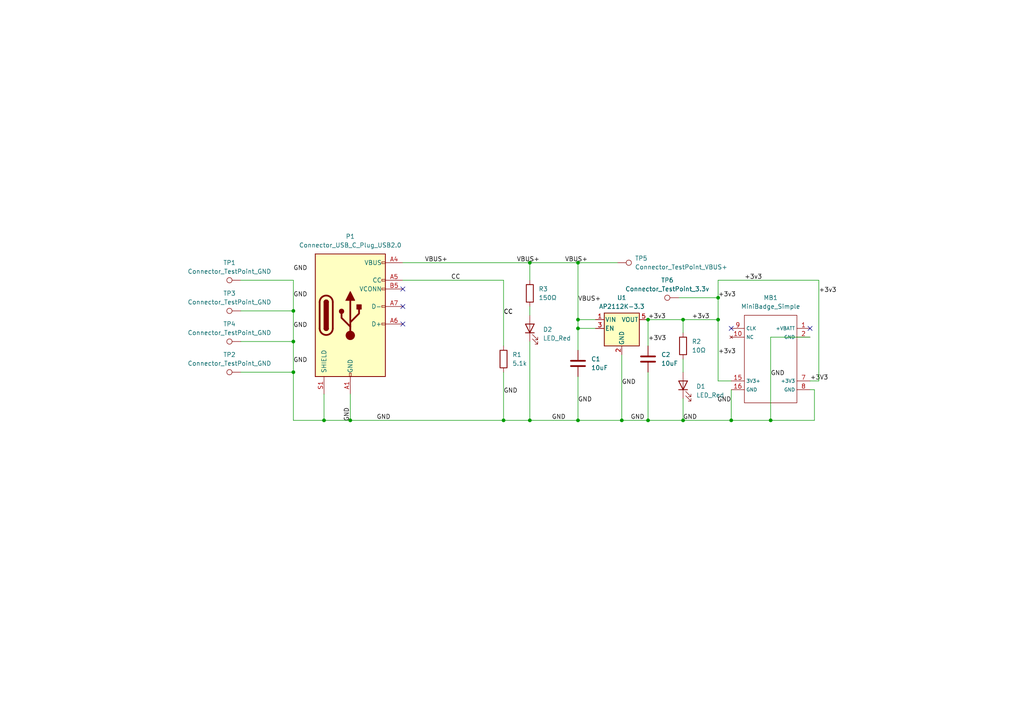
<source format=kicad_sch>
(kicad_sch
	(version 20231120)
	(generator "eeschema")
	(generator_version "8.0")
	(uuid "a3d60c0f-23b3-4ed5-b937-379590607026")
	(paper "A4")
	(lib_symbols
		(symbol "Device:C"
			(pin_numbers hide)
			(pin_names
				(offset 0.254)
			)
			(exclude_from_sim no)
			(in_bom yes)
			(on_board yes)
			(property "Reference" "C"
				(at 0.635 2.54 0)
				(effects
					(font
						(size 1.27 1.27)
					)
					(justify left)
				)
			)
			(property "Value" "C"
				(at 0.635 -2.54 0)
				(effects
					(font
						(size 1.27 1.27)
					)
					(justify left)
				)
			)
			(property "Footprint" ""
				(at 0.9652 -3.81 0)
				(effects
					(font
						(size 1.27 1.27)
					)
					(hide yes)
				)
			)
			(property "Datasheet" "~"
				(at 0 0 0)
				(effects
					(font
						(size 1.27 1.27)
					)
					(hide yes)
				)
			)
			(property "Description" "Unpolarized capacitor"
				(at 0 0 0)
				(effects
					(font
						(size 1.27 1.27)
					)
					(hide yes)
				)
			)
			(property "ki_keywords" "cap capacitor"
				(at 0 0 0)
				(effects
					(font
						(size 1.27 1.27)
					)
					(hide yes)
				)
			)
			(property "ki_fp_filters" "C_*"
				(at 0 0 0)
				(effects
					(font
						(size 1.27 1.27)
					)
					(hide yes)
				)
			)
			(symbol "C_0_1"
				(polyline
					(pts
						(xy -2.032 -0.762) (xy 2.032 -0.762)
					)
					(stroke
						(width 0.508)
						(type default)
					)
					(fill
						(type none)
					)
				)
				(polyline
					(pts
						(xy -2.032 0.762) (xy 2.032 0.762)
					)
					(stroke
						(width 0.508)
						(type default)
					)
					(fill
						(type none)
					)
				)
			)
			(symbol "C_1_1"
				(pin passive line
					(at 0 3.81 270)
					(length 2.794)
					(name "~"
						(effects
							(font
								(size 1.27 1.27)
							)
						)
					)
					(number "1"
						(effects
							(font
								(size 1.27 1.27)
							)
						)
					)
				)
				(pin passive line
					(at 0 -3.81 90)
					(length 2.794)
					(name "~"
						(effects
							(font
								(size 1.27 1.27)
							)
						)
					)
					(number "2"
						(effects
							(font
								(size 1.27 1.27)
							)
						)
					)
				)
			)
		)
		(symbol "Device:LED"
			(pin_numbers hide)
			(pin_names
				(offset 1.016) hide)
			(exclude_from_sim no)
			(in_bom yes)
			(on_board yes)
			(property "Reference" "D"
				(at 0 2.54 0)
				(effects
					(font
						(size 1.27 1.27)
					)
				)
			)
			(property "Value" "LED"
				(at 0 -2.54 0)
				(effects
					(font
						(size 1.27 1.27)
					)
				)
			)
			(property "Footprint" ""
				(at 0 0 0)
				(effects
					(font
						(size 1.27 1.27)
					)
					(hide yes)
				)
			)
			(property "Datasheet" "~"
				(at 0 0 0)
				(effects
					(font
						(size 1.27 1.27)
					)
					(hide yes)
				)
			)
			(property "Description" "Light emitting diode"
				(at 0 0 0)
				(effects
					(font
						(size 1.27 1.27)
					)
					(hide yes)
				)
			)
			(property "ki_keywords" "LED diode"
				(at 0 0 0)
				(effects
					(font
						(size 1.27 1.27)
					)
					(hide yes)
				)
			)
			(property "ki_fp_filters" "LED* LED_SMD:* LED_THT:*"
				(at 0 0 0)
				(effects
					(font
						(size 1.27 1.27)
					)
					(hide yes)
				)
			)
			(symbol "LED_0_1"
				(polyline
					(pts
						(xy -1.27 -1.27) (xy -1.27 1.27)
					)
					(stroke
						(width 0.254)
						(type default)
					)
					(fill
						(type none)
					)
				)
				(polyline
					(pts
						(xy -1.27 0) (xy 1.27 0)
					)
					(stroke
						(width 0)
						(type default)
					)
					(fill
						(type none)
					)
				)
				(polyline
					(pts
						(xy 1.27 -1.27) (xy 1.27 1.27) (xy -1.27 0) (xy 1.27 -1.27)
					)
					(stroke
						(width 0.254)
						(type default)
					)
					(fill
						(type none)
					)
				)
				(polyline
					(pts
						(xy -3.048 -0.762) (xy -4.572 -2.286) (xy -3.81 -2.286) (xy -4.572 -2.286) (xy -4.572 -1.524)
					)
					(stroke
						(width 0)
						(type default)
					)
					(fill
						(type none)
					)
				)
				(polyline
					(pts
						(xy -1.778 -0.762) (xy -3.302 -2.286) (xy -2.54 -2.286) (xy -3.302 -2.286) (xy -3.302 -1.524)
					)
					(stroke
						(width 0)
						(type default)
					)
					(fill
						(type none)
					)
				)
			)
			(symbol "LED_1_1"
				(pin passive line
					(at -3.81 0 0)
					(length 2.54)
					(name "K"
						(effects
							(font
								(size 1.27 1.27)
							)
						)
					)
					(number "1"
						(effects
							(font
								(size 1.27 1.27)
							)
						)
					)
				)
				(pin passive line
					(at 3.81 0 180)
					(length 2.54)
					(name "A"
						(effects
							(font
								(size 1.27 1.27)
							)
						)
					)
					(number "2"
						(effects
							(font
								(size 1.27 1.27)
							)
						)
					)
				)
			)
		)
		(symbol "Device:R"
			(pin_numbers hide)
			(pin_names
				(offset 0)
			)
			(exclude_from_sim no)
			(in_bom yes)
			(on_board yes)
			(property "Reference" "R"
				(at 2.032 0 90)
				(effects
					(font
						(size 1.27 1.27)
					)
				)
			)
			(property "Value" "R"
				(at 0 0 90)
				(effects
					(font
						(size 1.27 1.27)
					)
				)
			)
			(property "Footprint" ""
				(at -1.778 0 90)
				(effects
					(font
						(size 1.27 1.27)
					)
					(hide yes)
				)
			)
			(property "Datasheet" "~"
				(at 0 0 0)
				(effects
					(font
						(size 1.27 1.27)
					)
					(hide yes)
				)
			)
			(property "Description" "Resistor"
				(at 0 0 0)
				(effects
					(font
						(size 1.27 1.27)
					)
					(hide yes)
				)
			)
			(property "ki_keywords" "R res resistor"
				(at 0 0 0)
				(effects
					(font
						(size 1.27 1.27)
					)
					(hide yes)
				)
			)
			(property "ki_fp_filters" "R_*"
				(at 0 0 0)
				(effects
					(font
						(size 1.27 1.27)
					)
					(hide yes)
				)
			)
			(symbol "R_0_1"
				(rectangle
					(start -1.016 -2.54)
					(end 1.016 2.54)
					(stroke
						(width 0.254)
						(type default)
					)
					(fill
						(type none)
					)
				)
			)
			(symbol "R_1_1"
				(pin passive line
					(at 0 3.81 270)
					(length 1.27)
					(name "~"
						(effects
							(font
								(size 1.27 1.27)
							)
						)
					)
					(number "1"
						(effects
							(font
								(size 1.27 1.27)
							)
						)
					)
				)
				(pin passive line
					(at 0 -3.81 90)
					(length 1.27)
					(name "~"
						(effects
							(font
								(size 1.27 1.27)
							)
						)
					)
					(number "2"
						(effects
							(font
								(size 1.27 1.27)
							)
						)
					)
				)
			)
		)
		(symbol "MiniBadge:MiniBadge_Simple"
			(exclude_from_sim no)
			(in_bom yes)
			(on_board yes)
			(property "Reference" "MB"
				(at 8.89 0 0)
				(effects
					(font
						(size 1.27 1.27)
					)
				)
			)
			(property "Value" "MiniBadge_Simple"
				(at -10.16 0 0)
				(effects
					(font
						(size 1.27 1.27)
					)
					(justify left)
				)
			)
			(property "Footprint" ""
				(at 0 0 0)
				(effects
					(font
						(size 1.27 1.27)
					)
					(hide yes)
				)
			)
			(property "Datasheet" ""
				(at 0 0 0)
				(effects
					(font
						(size 1.27 1.27)
					)
					(hide yes)
				)
			)
			(property "Description" ""
				(at 0 0 0)
				(effects
					(font
						(size 1.27 1.27)
					)
					(hide yes)
				)
			)
			(symbol "MiniBadge_Simple_0_1"
				(rectangle
					(start -12.7 7.62)
					(end 12.7 -7.62)
					(stroke
						(width 0)
						(type default)
					)
					(fill
						(type none)
					)
				)
			)
			(symbol "MiniBadge_Simple_1_1"
				(pin power_out line
					(at -8.89 11.43 270)
					(length 3.81)
					(name "+VBATT"
						(effects
							(font
								(size 1 1)
							)
						)
					)
					(number "1"
						(effects
							(font
								(size 1.27 1.27)
							)
						)
					)
				)
				(pin no_connect line
					(at -6.35 -11.43 90)
					(length 3.81)
					(name "NC"
						(effects
							(font
								(size 1 1)
							)
						)
					)
					(number "10"
						(effects
							(font
								(size 1.27 1.27)
							)
						)
					)
				)
				(pin power_out line
					(at 6.35 -11.43 90)
					(length 3.81)
					(name "3V3+"
						(effects
							(font
								(size 1 1)
							)
						)
					)
					(number "15"
						(effects
							(font
								(size 1.27 1.27)
							)
						)
					)
				)
				(pin power_out line
					(at 8.89 -11.43 90)
					(length 3.81)
					(name "GND"
						(effects
							(font
								(size 1 1)
							)
						)
					)
					(number "16"
						(effects
							(font
								(size 1.27 1.27)
							)
						)
					)
				)
				(pin power_out line
					(at -6.35 11.43 270)
					(length 3.81)
					(name "GND"
						(effects
							(font
								(size 1 1)
							)
						)
					)
					(number "2"
						(effects
							(font
								(size 1.27 1.27)
							)
						)
					)
				)
				(pin power_out line
					(at 6.35 11.43 270)
					(length 3.81)
					(name "+3V3"
						(effects
							(font
								(size 1 1)
							)
						)
					)
					(number "7"
						(effects
							(font
								(size 1.27 1.27)
							)
						)
					)
				)
				(pin power_out line
					(at 8.89 11.43 270)
					(length 3.81)
					(name "GND"
						(effects
							(font
								(size 1 1)
							)
						)
					)
					(number "8"
						(effects
							(font
								(size 1.27 1.27)
							)
						)
					)
				)
				(pin output line
					(at -8.89 -11.43 90)
					(length 3.81)
					(name "CLK"
						(effects
							(font
								(size 1 1)
							)
						)
					)
					(number "9"
						(effects
							(font
								(size 1.27 1.27)
							)
						)
					)
				)
			)
		)
		(symbol "Minibadge Framework Expansion Card-cache:AP2112K-3.3"
			(pin_names
				(offset 0.254)
			)
			(exclude_from_sim no)
			(in_bom yes)
			(on_board yes)
			(property "Reference" "U"
				(at -5.08 5.715 0)
				(effects
					(font
						(size 1.27 1.27)
					)
					(justify left)
				)
			)
			(property "Value" "AP2112K-3.3"
				(at 0 5.715 0)
				(effects
					(font
						(size 1.27 1.27)
					)
					(justify left)
				)
			)
			(property "Footprint" "Package_TO_SOT_SMD:SOT-23-5"
				(at 0 8.255 0)
				(effects
					(font
						(size 1.27 1.27)
					)
					(hide yes)
				)
			)
			(property "Datasheet" ""
				(at 0 2.54 0)
				(effects
					(font
						(size 1.27 1.27)
					)
					(hide yes)
				)
			)
			(property "Description" ""
				(at 0 0 0)
				(effects
					(font
						(size 1.27 1.27)
					)
					(hide yes)
				)
			)
			(property "ki_fp_filters" "SOT?23?5*"
				(at 0 0 0)
				(effects
					(font
						(size 1.27 1.27)
					)
					(hide yes)
				)
			)
			(symbol "AP2112K-3.3_0_1"
				(rectangle
					(start -5.08 4.445)
					(end 5.08 -5.08)
					(stroke
						(width 0.254)
						(type solid)
					)
					(fill
						(type background)
					)
				)
			)
			(symbol "AP2112K-3.3_1_1"
				(pin power_in line
					(at -7.62 2.54 0)
					(length 2.54)
					(name "VIN"
						(effects
							(font
								(size 1.27 1.27)
							)
						)
					)
					(number "1"
						(effects
							(font
								(size 1.27 1.27)
							)
						)
					)
				)
				(pin power_in line
					(at 0 -7.62 90)
					(length 2.54)
					(name "GND"
						(effects
							(font
								(size 1.27 1.27)
							)
						)
					)
					(number "2"
						(effects
							(font
								(size 1.27 1.27)
							)
						)
					)
				)
				(pin input line
					(at -7.62 0 0)
					(length 2.54)
					(name "EN"
						(effects
							(font
								(size 1.27 1.27)
							)
						)
					)
					(number "3"
						(effects
							(font
								(size 1.27 1.27)
							)
						)
					)
				)
				(pin no_connect line
					(at 5.08 0 180)
					(length 2.54) hide
					(name "NC"
						(effects
							(font
								(size 1.27 1.27)
							)
						)
					)
					(number "4"
						(effects
							(font
								(size 1.27 1.27)
							)
						)
					)
				)
				(pin power_out line
					(at 7.62 2.54 180)
					(length 2.54)
					(name "VOUT"
						(effects
							(font
								(size 1.27 1.27)
							)
						)
					)
					(number "5"
						(effects
							(font
								(size 1.27 1.27)
							)
						)
					)
				)
			)
		)
		(symbol "Minibadge Framework Expansion Card-cache:Connector_TestPoint"
			(pin_numbers hide)
			(pin_names
				(offset 0.762) hide)
			(exclude_from_sim no)
			(in_bom yes)
			(on_board yes)
			(property "Reference" "TP"
				(at 0 6.858 0)
				(effects
					(font
						(size 1.27 1.27)
					)
				)
			)
			(property "Value" "Connector_TestPoint"
				(at 0 5.08 0)
				(effects
					(font
						(size 1.27 1.27)
					)
				)
			)
			(property "Footprint" ""
				(at 5.08 0 0)
				(effects
					(font
						(size 1.27 1.27)
					)
					(hide yes)
				)
			)
			(property "Datasheet" ""
				(at 5.08 0 0)
				(effects
					(font
						(size 1.27 1.27)
					)
					(hide yes)
				)
			)
			(property "Description" ""
				(at 0 0 0)
				(effects
					(font
						(size 1.27 1.27)
					)
					(hide yes)
				)
			)
			(property "ki_fp_filters" "Pin* Test*"
				(at 0 0 0)
				(effects
					(font
						(size 1.27 1.27)
					)
					(hide yes)
				)
			)
			(symbol "Connector_TestPoint_0_1"
				(circle
					(center 0 3.302)
					(radius 0.762)
					(stroke
						(width 0)
						(type solid)
					)
					(fill
						(type none)
					)
				)
			)
			(symbol "Connector_TestPoint_1_1"
				(pin passive line
					(at 0 0 90)
					(length 2.54)
					(name "1"
						(effects
							(font
								(size 1.27 1.27)
							)
						)
					)
					(number "1"
						(effects
							(font
								(size 1.27 1.27)
							)
						)
					)
				)
			)
		)
		(symbol "Minibadge Framework Expansion Card-cache:Connector_USB_C_Plug_USB2.0"
			(pin_names
				(offset 1.016)
			)
			(exclude_from_sim no)
			(in_bom yes)
			(on_board yes)
			(property "Reference" "P"
				(at -10.16 19.05 0)
				(effects
					(font
						(size 1.27 1.27)
					)
					(justify left)
				)
			)
			(property "Value" "Connector_USB_C_Plug_USB2.0"
				(at 12.7 19.05 0)
				(effects
					(font
						(size 1.27 1.27)
					)
					(justify right)
				)
			)
			(property "Footprint" ""
				(at 3.81 0 0)
				(effects
					(font
						(size 1.27 1.27)
					)
					(hide yes)
				)
			)
			(property "Datasheet" ""
				(at 3.81 0 0)
				(effects
					(font
						(size 1.27 1.27)
					)
					(hide yes)
				)
			)
			(property "Description" ""
				(at 0 0 0)
				(effects
					(font
						(size 1.27 1.27)
					)
					(hide yes)
				)
			)
			(property "ki_fp_filters" "USB*C*Plug*"
				(at 0 0 0)
				(effects
					(font
						(size 1.27 1.27)
					)
					(hide yes)
				)
			)
			(symbol "Connector_USB_C_Plug_USB2.0_0_0"
				(rectangle
					(start -0.254 -17.78)
					(end 0.254 -16.764)
					(stroke
						(width 0)
						(type solid)
					)
					(fill
						(type none)
					)
				)
				(rectangle
					(start 10.16 -2.286)
					(end 9.144 -2.794)
					(stroke
						(width 0)
						(type solid)
					)
					(fill
						(type none)
					)
				)
				(rectangle
					(start 10.16 2.794)
					(end 9.144 2.286)
					(stroke
						(width 0)
						(type solid)
					)
					(fill
						(type none)
					)
				)
				(rectangle
					(start 10.16 7.874)
					(end 9.144 7.366)
					(stroke
						(width 0)
						(type solid)
					)
					(fill
						(type none)
					)
				)
				(rectangle
					(start 10.16 10.414)
					(end 9.144 9.906)
					(stroke
						(width 0)
						(type solid)
					)
					(fill
						(type none)
					)
				)
				(rectangle
					(start 10.16 15.494)
					(end 9.144 14.986)
					(stroke
						(width 0)
						(type solid)
					)
					(fill
						(type none)
					)
				)
			)
			(symbol "Connector_USB_C_Plug_USB2.0_0_1"
				(rectangle
					(start -10.16 17.78)
					(end 10.16 -17.78)
					(stroke
						(width 0.254)
						(type solid)
					)
					(fill
						(type background)
					)
				)
				(arc
					(start -8.89 -3.81)
					(mid -6.985 -5.715)
					(end -5.08 -3.81)
					(stroke
						(width 0.508)
						(type solid)
					)
					(fill
						(type none)
					)
				)
				(arc
					(start -7.62 -3.81)
					(mid -6.985 -4.445)
					(end -6.35 -3.81)
					(stroke
						(width 0.254)
						(type solid)
					)
					(fill
						(type none)
					)
				)
				(arc
					(start -7.62 -3.81)
					(mid -6.985 -4.445)
					(end -6.35 -3.81)
					(stroke
						(width 0.254)
						(type solid)
					)
					(fill
						(type outline)
					)
				)
				(rectangle
					(start -7.62 -3.81)
					(end -6.35 3.81)
					(stroke
						(width 0.254)
						(type solid)
					)
					(fill
						(type outline)
					)
				)
				(arc
					(start -6.35 3.81)
					(mid -6.985 4.445)
					(end -7.62 3.81)
					(stroke
						(width 0.254)
						(type solid)
					)
					(fill
						(type none)
					)
				)
				(arc
					(start -6.35 3.81)
					(mid -6.985 4.445)
					(end -7.62 3.81)
					(stroke
						(width 0.254)
						(type solid)
					)
					(fill
						(type outline)
					)
				)
				(arc
					(start -5.08 3.81)
					(mid -6.985 5.715)
					(end -8.89 3.81)
					(stroke
						(width 0.508)
						(type solid)
					)
					(fill
						(type none)
					)
				)
				(circle
					(center -2.54 1.143)
					(radius 0.635)
					(stroke
						(width 0.254)
						(type solid)
					)
					(fill
						(type outline)
					)
				)
				(circle
					(center 0 -5.842)
					(radius 1.27)
					(stroke
						(width 0)
						(type solid)
					)
					(fill
						(type outline)
					)
				)
				(polyline
					(pts
						(xy -8.89 -3.81) (xy -8.89 3.81)
					)
					(stroke
						(width 0.508)
						(type solid)
					)
					(fill
						(type none)
					)
				)
				(polyline
					(pts
						(xy -5.08 3.81) (xy -5.08 -3.81)
					)
					(stroke
						(width 0.508)
						(type solid)
					)
					(fill
						(type none)
					)
				)
				(polyline
					(pts
						(xy 0 -5.842) (xy 0 4.318)
					)
					(stroke
						(width 0.508)
						(type solid)
					)
					(fill
						(type none)
					)
				)
				(polyline
					(pts
						(xy 0 -3.302) (xy -2.54 -0.762) (xy -2.54 0.508)
					)
					(stroke
						(width 0.508)
						(type solid)
					)
					(fill
						(type none)
					)
				)
				(polyline
					(pts
						(xy 0 -2.032) (xy 2.54 0.508) (xy 2.54 1.778)
					)
					(stroke
						(width 0.508)
						(type solid)
					)
					(fill
						(type none)
					)
				)
				(polyline
					(pts
						(xy -1.27 4.318) (xy 0 6.858) (xy 1.27 4.318) (xy -1.27 4.318)
					)
					(stroke
						(width 0.254)
						(type solid)
					)
					(fill
						(type outline)
					)
				)
				(rectangle
					(start 1.905 1.778)
					(end 3.175 3.048)
					(stroke
						(width 0.254)
						(type solid)
					)
					(fill
						(type outline)
					)
				)
			)
			(symbol "Connector_USB_C_Plug_USB2.0_1_1"
				(pin passive line
					(at 0 -22.86 90)
					(length 5.08)
					(name "GND"
						(effects
							(font
								(size 1.27 1.27)
							)
						)
					)
					(number "A1"
						(effects
							(font
								(size 1.27 1.27)
							)
						)
					)
				)
				(pin passive line
					(at 0 -22.86 90)
					(length 5.08) hide
					(name "GND"
						(effects
							(font
								(size 1.27 1.27)
							)
						)
					)
					(number "A12"
						(effects
							(font
								(size 1.27 1.27)
							)
						)
					)
				)
				(pin passive line
					(at 15.24 15.24 180)
					(length 5.08)
					(name "VBUS"
						(effects
							(font
								(size 1.27 1.27)
							)
						)
					)
					(number "A4"
						(effects
							(font
								(size 1.27 1.27)
							)
						)
					)
				)
				(pin bidirectional line
					(at 15.24 10.16 180)
					(length 5.08)
					(name "CC"
						(effects
							(font
								(size 1.27 1.27)
							)
						)
					)
					(number "A5"
						(effects
							(font
								(size 1.27 1.27)
							)
						)
					)
				)
				(pin bidirectional line
					(at 15.24 -2.54 180)
					(length 5.08)
					(name "D+"
						(effects
							(font
								(size 1.27 1.27)
							)
						)
					)
					(number "A6"
						(effects
							(font
								(size 1.27 1.27)
							)
						)
					)
				)
				(pin bidirectional line
					(at 15.24 2.54 180)
					(length 5.08)
					(name "D-"
						(effects
							(font
								(size 1.27 1.27)
							)
						)
					)
					(number "A7"
						(effects
							(font
								(size 1.27 1.27)
							)
						)
					)
				)
				(pin passive line
					(at 15.24 15.24 180)
					(length 5.08) hide
					(name "VBUS"
						(effects
							(font
								(size 1.27 1.27)
							)
						)
					)
					(number "A9"
						(effects
							(font
								(size 1.27 1.27)
							)
						)
					)
				)
				(pin passive line
					(at 0 -22.86 90)
					(length 5.08) hide
					(name "GND"
						(effects
							(font
								(size 1.27 1.27)
							)
						)
					)
					(number "B1"
						(effects
							(font
								(size 1.27 1.27)
							)
						)
					)
				)
				(pin passive line
					(at 0 -22.86 90)
					(length 5.08) hide
					(name "GND"
						(effects
							(font
								(size 1.27 1.27)
							)
						)
					)
					(number "B12"
						(effects
							(font
								(size 1.27 1.27)
							)
						)
					)
				)
				(pin passive line
					(at 15.24 15.24 180)
					(length 5.08) hide
					(name "VBUS"
						(effects
							(font
								(size 1.27 1.27)
							)
						)
					)
					(number "B4"
						(effects
							(font
								(size 1.27 1.27)
							)
						)
					)
				)
				(pin bidirectional line
					(at 15.24 7.62 180)
					(length 5.08)
					(name "VCONN"
						(effects
							(font
								(size 1.27 1.27)
							)
						)
					)
					(number "B5"
						(effects
							(font
								(size 1.27 1.27)
							)
						)
					)
				)
				(pin passive line
					(at 15.24 15.24 180)
					(length 5.08) hide
					(name "VBUS"
						(effects
							(font
								(size 1.27 1.27)
							)
						)
					)
					(number "B9"
						(effects
							(font
								(size 1.27 1.27)
							)
						)
					)
				)
				(pin passive line
					(at -7.62 -22.86 90)
					(length 5.08)
					(name "SHIELD"
						(effects
							(font
								(size 1.27 1.27)
							)
						)
					)
					(number "S1"
						(effects
							(font
								(size 1.27 1.27)
							)
						)
					)
				)
			)
		)
	)
	(junction
		(at 167.64 121.92)
		(diameter 0)
		(color 0 0 0 0)
		(uuid "0c8eb3a1-3c35-4e5b-8ab6-aad35ec2234a")
	)
	(junction
		(at 85.09 99.06)
		(diameter 0)
		(color 0 0 0 0)
		(uuid "2c3b509c-6f36-4218-8635-1b4015cca846")
	)
	(junction
		(at 146.05 121.92)
		(diameter 0)
		(color 0 0 0 0)
		(uuid "49470480-c087-44f7-8676-7344fb0d5ff9")
	)
	(junction
		(at 180.34 121.92)
		(diameter 0)
		(color 0 0 0 0)
		(uuid "4e796100-76b3-418e-877f-a9d76eb8caba")
	)
	(junction
		(at 212.09 121.92)
		(diameter 0)
		(color 0 0 0 0)
		(uuid "4e87484e-f5d9-4ae8-9827-36a053ffc016")
	)
	(junction
		(at 198.12 121.92)
		(diameter 0)
		(color 0 0 0 0)
		(uuid "56744d4b-f619-4277-93d3-865deb1dfb08")
	)
	(junction
		(at 167.64 76.2)
		(diameter 0)
		(color 0 0 0 0)
		(uuid "5a36c8b6-843e-4d86-92f5-d06c01110ce6")
	)
	(junction
		(at 208.28 86.36)
		(diameter 0)
		(color 0 0 0 0)
		(uuid "6af9d648-935b-4072-b916-fbd219cb43cf")
	)
	(junction
		(at 85.09 107.95)
		(diameter 0)
		(color 0 0 0 0)
		(uuid "6b15cbef-1b53-4b58-aa47-646d8e6e5113")
	)
	(junction
		(at 85.09 90.17)
		(diameter 0)
		(color 0 0 0 0)
		(uuid "87380840-da7b-401e-8a00-9f91ceefca9d")
	)
	(junction
		(at 167.64 95.25)
		(diameter 0)
		(color 0 0 0 0)
		(uuid "8ff07737-99b5-448e-b27c-5104c7ed9d4c")
	)
	(junction
		(at 167.64 92.71)
		(diameter 0)
		(color 0 0 0 0)
		(uuid "948a8127-d487-436d-9051-547ee53f46ac")
	)
	(junction
		(at 153.67 121.92)
		(diameter 0)
		(color 0 0 0 0)
		(uuid "9ce5b441-c1ad-4ed8-abf1-2e73e7d152fd")
	)
	(junction
		(at 223.52 121.92)
		(diameter 0)
		(color 0 0 0 0)
		(uuid "ae04f092-21ee-4b73-ac32-78a1bde1e9ea")
	)
	(junction
		(at 187.96 121.92)
		(diameter 0)
		(color 0 0 0 0)
		(uuid "c261a52a-75b6-45fb-add3-59904679f67a")
	)
	(junction
		(at 93.98 121.92)
		(diameter 0)
		(color 0 0 0 0)
		(uuid "cc77c187-6aa2-42bd-a128-148b354560f1")
	)
	(junction
		(at 208.28 92.71)
		(diameter 0)
		(color 0 0 0 0)
		(uuid "d0d869fa-2595-43e4-8350-3033f697bd8c")
	)
	(junction
		(at 187.96 92.71)
		(diameter 0)
		(color 0 0 0 0)
		(uuid "e514a516-24a8-491b-b9bf-0ff993eae531")
	)
	(junction
		(at 101.6 121.92)
		(diameter 0)
		(color 0 0 0 0)
		(uuid "ee4a5c66-a448-4aec-b536-7e688cd45dcb")
	)
	(junction
		(at 153.67 76.2)
		(diameter 0)
		(color 0 0 0 0)
		(uuid "f0c31c44-2b73-40b6-9cca-d189f689c933")
	)
	(junction
		(at 198.12 92.71)
		(diameter 0)
		(color 0 0 0 0)
		(uuid "f5628b76-f879-4e1d-a486-fcd9af5c13d7")
	)
	(no_connect
		(at 116.84 83.82)
		(uuid "63815432-1a48-4aee-993b-651a63b17077")
	)
	(no_connect
		(at 234.95 95.25)
		(uuid "86906e65-6938-4d58-9ca3-c1f831fdde9f")
	)
	(no_connect
		(at 212.09 95.25)
		(uuid "879418e1-834a-4be1-9fb8-29c8db1868b0")
	)
	(no_connect
		(at 116.84 93.98)
		(uuid "9dbbdbf0-6376-479c-bff4-c9579c08260a")
	)
	(no_connect
		(at 116.84 88.9)
		(uuid "a1251dde-f05c-4841-be6e-99cd8e2e45c0")
	)
	(wire
		(pts
			(xy 237.49 81.28) (xy 208.28 81.28)
		)
		(stroke
			(width 0)
			(type default)
		)
		(uuid "03bb3ce3-c361-46fb-afda-8f8b1ef0d465")
	)
	(wire
		(pts
			(xy 101.6 114.3) (xy 101.6 121.92)
		)
		(stroke
			(width 0)
			(type default)
		)
		(uuid "0bf6af0b-147d-445b-ba29-2c64e729bb8e")
	)
	(wire
		(pts
			(xy 167.64 95.25) (xy 167.64 101.6)
		)
		(stroke
			(width 0)
			(type default)
		)
		(uuid "0c91a412-5566-4fba-a319-ac3f80e82de9")
	)
	(wire
		(pts
			(xy 187.96 92.71) (xy 198.12 92.71)
		)
		(stroke
			(width 0)
			(type default)
		)
		(uuid "0d814c85-a47a-4c05-bcac-1ec3f74198cd")
	)
	(wire
		(pts
			(xy 101.6 121.92) (xy 146.05 121.92)
		)
		(stroke
			(width 0)
			(type default)
		)
		(uuid "1907ecbf-7605-4f38-883f-ee8ce2d42896")
	)
	(wire
		(pts
			(xy 223.52 97.79) (xy 234.95 97.79)
		)
		(stroke
			(width 0)
			(type default)
		)
		(uuid "21d43800-2fec-41c6-88a5-ec6230ad3324")
	)
	(wire
		(pts
			(xy 187.96 121.92) (xy 180.34 121.92)
		)
		(stroke
			(width 0)
			(type default)
		)
		(uuid "2b98b4fa-a44e-48a4-83c0-b96bee255234")
	)
	(wire
		(pts
			(xy 196.85 86.36) (xy 208.28 86.36)
		)
		(stroke
			(width 0)
			(type default)
		)
		(uuid "2bbc58f6-31a7-44d3-8703-a98e77b3d872")
	)
	(wire
		(pts
			(xy 223.52 97.79) (xy 223.52 121.92)
		)
		(stroke
			(width 0)
			(type default)
		)
		(uuid "2cb28c11-b9d5-4a54-afcd-ddf0f82ade21")
	)
	(wire
		(pts
			(xy 223.52 121.92) (xy 212.09 121.92)
		)
		(stroke
			(width 0)
			(type default)
		)
		(uuid "36c5c4e3-2a81-4b51-abf0-8a9f7d7a1c87")
	)
	(wire
		(pts
			(xy 85.09 107.95) (xy 85.09 121.92)
		)
		(stroke
			(width 0)
			(type default)
		)
		(uuid "3ee19756-7b25-40e1-bd49-4224c5656da8")
	)
	(wire
		(pts
			(xy 69.85 99.06) (xy 85.09 99.06)
		)
		(stroke
			(width 0)
			(type default)
		)
		(uuid "455ec329-452e-43da-aeed-fdeed55f175e")
	)
	(wire
		(pts
			(xy 167.64 76.2) (xy 179.07 76.2)
		)
		(stroke
			(width 0)
			(type default)
		)
		(uuid "45d857a6-3b77-441b-b2c1-8b04fdde2a86")
	)
	(wire
		(pts
			(xy 212.09 110.49) (xy 208.28 110.49)
		)
		(stroke
			(width 0)
			(type default)
		)
		(uuid "4b392bb2-deee-42bc-9b3b-f27f27c4ca07")
	)
	(wire
		(pts
			(xy 236.22 113.03) (xy 236.22 121.92)
		)
		(stroke
			(width 0)
			(type default)
		)
		(uuid "4d12aa9f-2132-4959-866e-d4086f1e27fc")
	)
	(wire
		(pts
			(xy 167.64 92.71) (xy 172.72 92.71)
		)
		(stroke
			(width 0)
			(type default)
		)
		(uuid "509ecd1d-4451-4755-a081-bfc7d434ec4a")
	)
	(wire
		(pts
			(xy 198.12 104.14) (xy 198.12 107.95)
		)
		(stroke
			(width 0)
			(type default)
		)
		(uuid "52dfcd4d-9825-4dc6-b99d-e40eca3e1919")
	)
	(wire
		(pts
			(xy 180.34 102.87) (xy 180.34 121.92)
		)
		(stroke
			(width 0)
			(type default)
		)
		(uuid "54d0ebfc-aa92-4f01-acc7-3f242a7303c9")
	)
	(wire
		(pts
			(xy 85.09 99.06) (xy 85.09 90.17)
		)
		(stroke
			(width 0)
			(type default)
		)
		(uuid "57124f19-8922-4b7a-b34f-3198898c3f81")
	)
	(wire
		(pts
			(xy 69.85 90.17) (xy 85.09 90.17)
		)
		(stroke
			(width 0)
			(type default)
		)
		(uuid "593253d3-cd1b-44e7-8807-41101af1753f")
	)
	(wire
		(pts
			(xy 198.12 92.71) (xy 198.12 96.52)
		)
		(stroke
			(width 0)
			(type default)
		)
		(uuid "5e07c030-1504-40bf-bd31-c7bd2f26337e")
	)
	(wire
		(pts
			(xy 116.84 76.2) (xy 153.67 76.2)
		)
		(stroke
			(width 0)
			(type default)
		)
		(uuid "5fcc7c4f-1bb0-418b-9496-e09d8536ddbb")
	)
	(wire
		(pts
			(xy 167.64 121.92) (xy 180.34 121.92)
		)
		(stroke
			(width 0)
			(type default)
		)
		(uuid "65481712-4c78-4d15-b3df-5d5489771469")
	)
	(wire
		(pts
			(xy 93.98 114.3) (xy 93.98 121.92)
		)
		(stroke
			(width 0)
			(type default)
		)
		(uuid "676da1ff-ad44-4099-8369-e5f43c84103e")
	)
	(wire
		(pts
			(xy 198.12 121.92) (xy 212.09 121.92)
		)
		(stroke
			(width 0)
			(type default)
		)
		(uuid "740477f2-9789-4591-9b41-ad66d28fd898")
	)
	(wire
		(pts
			(xy 116.84 81.28) (xy 146.05 81.28)
		)
		(stroke
			(width 0)
			(type default)
		)
		(uuid "7564368f-310d-4abf-8f8e-7ead7d063951")
	)
	(wire
		(pts
			(xy 236.22 113.03) (xy 234.95 113.03)
		)
		(stroke
			(width 0)
			(type default)
		)
		(uuid "782867a1-b82e-43cd-95cd-ad380678ac4e")
	)
	(wire
		(pts
			(xy 153.67 76.2) (xy 167.64 76.2)
		)
		(stroke
			(width 0)
			(type default)
		)
		(uuid "80e23e07-a006-43f9-acc7-5e0a7fedfd91")
	)
	(wire
		(pts
			(xy 85.09 90.17) (xy 85.09 81.28)
		)
		(stroke
			(width 0)
			(type default)
		)
		(uuid "83b05046-235a-42e2-afdc-99afd4ce05de")
	)
	(wire
		(pts
			(xy 236.22 121.92) (xy 223.52 121.92)
		)
		(stroke
			(width 0)
			(type default)
		)
		(uuid "854af1fb-0eab-466a-9ef2-c6532ea19160")
	)
	(wire
		(pts
			(xy 146.05 81.28) (xy 146.05 100.33)
		)
		(stroke
			(width 0)
			(type default)
		)
		(uuid "862e0365-de17-4a98-83fe-15442395f0ca")
	)
	(wire
		(pts
			(xy 85.09 107.95) (xy 85.09 99.06)
		)
		(stroke
			(width 0)
			(type default)
		)
		(uuid "87b56d01-3f26-4bbc-9c26-a4de78e8734d")
	)
	(wire
		(pts
			(xy 146.05 121.92) (xy 153.67 121.92)
		)
		(stroke
			(width 0)
			(type default)
		)
		(uuid "8b6448b2-8baa-4720-a29d-b7b834727896")
	)
	(wire
		(pts
			(xy 234.95 110.49) (xy 237.49 110.49)
		)
		(stroke
			(width 0)
			(type default)
		)
		(uuid "8bc2f077-66cb-472c-b249-b9df3e5a6d52")
	)
	(wire
		(pts
			(xy 167.64 92.71) (xy 167.64 95.25)
		)
		(stroke
			(width 0)
			(type default)
		)
		(uuid "8e3bcd0e-4464-4580-8ec9-ed2902262649")
	)
	(wire
		(pts
			(xy 153.67 76.2) (xy 153.67 81.28)
		)
		(stroke
			(width 0)
			(type default)
		)
		(uuid "965f8ca2-d6cb-4bf7-b027-77663ccf21ad")
	)
	(wire
		(pts
			(xy 198.12 115.57) (xy 198.12 121.92)
		)
		(stroke
			(width 0)
			(type default)
		)
		(uuid "9793eb22-db47-4d6a-b193-ca5a098606e4")
	)
	(wire
		(pts
			(xy 187.96 121.92) (xy 198.12 121.92)
		)
		(stroke
			(width 0)
			(type default)
		)
		(uuid "aa99e718-4046-49bb-bbe6-cf6aa41c93ed")
	)
	(wire
		(pts
			(xy 167.64 76.2) (xy 167.64 92.71)
		)
		(stroke
			(width 0)
			(type default)
		)
		(uuid "afb11ff6-5388-4257-b315-4d3327be0611")
	)
	(wire
		(pts
			(xy 69.85 81.28) (xy 85.09 81.28)
		)
		(stroke
			(width 0)
			(type default)
		)
		(uuid "b015aef1-e70b-4144-8503-01bb513c7494")
	)
	(wire
		(pts
			(xy 101.6 121.92) (xy 93.98 121.92)
		)
		(stroke
			(width 0)
			(type default)
		)
		(uuid "bf1d7115-175d-4962-b817-fca2bc150f2c")
	)
	(wire
		(pts
			(xy 237.49 110.49) (xy 237.49 81.28)
		)
		(stroke
			(width 0)
			(type default)
		)
		(uuid "bf49f3dc-1fbb-43ee-89b3-51d39f601c90")
	)
	(wire
		(pts
			(xy 153.67 88.9) (xy 153.67 91.44)
		)
		(stroke
			(width 0)
			(type default)
		)
		(uuid "bf6ecc9d-194f-4d13-b7d7-bda5f4f9c553")
	)
	(wire
		(pts
			(xy 187.96 92.71) (xy 187.96 100.33)
		)
		(stroke
			(width 0)
			(type default)
		)
		(uuid "c1b7c20f-06a7-43f3-8330-c5f4e137d4c6")
	)
	(wire
		(pts
			(xy 69.85 107.95) (xy 85.09 107.95)
		)
		(stroke
			(width 0)
			(type default)
		)
		(uuid "c21bebce-5ce3-4ba2-a5f8-452aed89618f")
	)
	(wire
		(pts
			(xy 187.96 107.95) (xy 187.96 121.92)
		)
		(stroke
			(width 0)
			(type default)
		)
		(uuid "d0965bbd-f210-4864-80b8-a69c61714c2a")
	)
	(wire
		(pts
			(xy 208.28 81.28) (xy 208.28 86.36)
		)
		(stroke
			(width 0)
			(type default)
		)
		(uuid "d65f9b44-3643-4d6b-af32-27cd6ebc4ec3")
	)
	(wire
		(pts
			(xy 212.09 113.03) (xy 212.09 121.92)
		)
		(stroke
			(width 0)
			(type default)
		)
		(uuid "d7ae6160-169b-47c9-b416-ebeb5053dc26")
	)
	(wire
		(pts
			(xy 93.98 121.92) (xy 85.09 121.92)
		)
		(stroke
			(width 0)
			(type default)
		)
		(uuid "db0ec9da-77a8-4298-afd0-9f4625445525")
	)
	(wire
		(pts
			(xy 153.67 121.92) (xy 167.64 121.92)
		)
		(stroke
			(width 0)
			(type default)
		)
		(uuid "e971bc3c-b030-4f28-bffe-82022f4abdf2")
	)
	(wire
		(pts
			(xy 198.12 92.71) (xy 208.28 92.71)
		)
		(stroke
			(width 0)
			(type default)
		)
		(uuid "eed99ea3-19f0-42a8-99b8-ffbf30f2ce1d")
	)
	(wire
		(pts
			(xy 167.64 95.25) (xy 172.72 95.25)
		)
		(stroke
			(width 0)
			(type default)
		)
		(uuid "ef1dc8ff-73cd-4a58-911b-17fc9c211543")
	)
	(wire
		(pts
			(xy 208.28 86.36) (xy 208.28 92.71)
		)
		(stroke
			(width 0)
			(type default)
		)
		(uuid "f1c08fb7-c245-443a-bd66-fe2936613b5b")
	)
	(wire
		(pts
			(xy 208.28 110.49) (xy 208.28 92.71)
		)
		(stroke
			(width 0)
			(type default)
		)
		(uuid "f2824850-b389-4239-ab9d-d6a6e14fbc50")
	)
	(wire
		(pts
			(xy 167.64 109.22) (xy 167.64 121.92)
		)
		(stroke
			(width 0)
			(type default)
		)
		(uuid "f9defc75-481b-474a-aea9-ca189291d5c0")
	)
	(wire
		(pts
			(xy 153.67 99.06) (xy 153.67 121.92)
		)
		(stroke
			(width 0)
			(type default)
		)
		(uuid "fad26f97-48b4-4c98-a951-3b6ce4c1fc8c")
	)
	(wire
		(pts
			(xy 146.05 107.95) (xy 146.05 121.92)
		)
		(stroke
			(width 0)
			(type default)
		)
		(uuid "fd9070f3-9fe9-485b-bf29-b59714e4f0f3")
	)
	(label "+3v3"
		(at 208.28 86.36 0)
		(fields_autoplaced yes)
		(effects
			(font
				(size 1.27 1.27)
			)
			(justify left bottom)
		)
		(uuid "007e6ad1-ae46-4215-957c-27e576afb135")
	)
	(label "GND"
		(at 212.09 116.84 180)
		(fields_autoplaced yes)
		(effects
			(font
				(size 1.27 1.27)
			)
			(justify right bottom)
		)
		(uuid "1c8ee0d5-4fc2-4b3a-9ed5-bfa508895c42")
	)
	(label "GND"
		(at 109.22 121.92 0)
		(fields_autoplaced yes)
		(effects
			(font
				(size 1.27 1.27)
			)
			(justify left bottom)
		)
		(uuid "29cc88fb-f770-4b32-b3bc-e9132acb9f47")
	)
	(label "CC"
		(at 130.81 81.28 0)
		(fields_autoplaced yes)
		(effects
			(font
				(size 1.27 1.27)
			)
			(justify left bottom)
		)
		(uuid "31f9238c-fcab-4e45-9d8e-46161c886fe6")
	)
	(label "GND"
		(at 85.09 95.25 0)
		(fields_autoplaced yes)
		(effects
			(font
				(size 1.27 1.27)
			)
			(justify left bottom)
		)
		(uuid "33d68cde-98a2-4d8f-bc58-c92748a84815")
	)
	(label "GND"
		(at 198.12 121.92 0)
		(fields_autoplaced yes)
		(effects
			(font
				(size 1.27 1.27)
			)
			(justify left bottom)
		)
		(uuid "39a8adfe-a271-41fa-a328-73e4999e1d51")
	)
	(label "CC"
		(at 146.05 91.44 0)
		(fields_autoplaced yes)
		(effects
			(font
				(size 1.27 1.27)
			)
			(justify left bottom)
		)
		(uuid "3e436cf0-c3a8-4ca8-bb05-c53ef9d8327e")
	)
	(label "GND"
		(at 85.09 105.41 0)
		(fields_autoplaced yes)
		(effects
			(font
				(size 1.27 1.27)
			)
			(justify left bottom)
		)
		(uuid "54de3463-9264-48ab-9fce-dc21d33eef2f")
	)
	(label "+3v3"
		(at 200.66 92.71 0)
		(fields_autoplaced yes)
		(effects
			(font
				(size 1.27 1.27)
			)
			(justify left bottom)
		)
		(uuid "55cd3f54-1e4d-4040-b146-6569c2cd8225")
	)
	(label "VBUS+"
		(at 167.64 87.63 0)
		(fields_autoplaced yes)
		(effects
			(font
				(size 1.27 1.27)
			)
			(justify left bottom)
		)
		(uuid "87fd9792-ae98-4189-90e1-545408ee00d1")
	)
	(label "GND"
		(at 180.34 111.76 0)
		(fields_autoplaced yes)
		(effects
			(font
				(size 1.27 1.27)
			)
			(justify left bottom)
		)
		(uuid "8a811444-a58b-4bf7-b562-dcaea1915855")
	)
	(label "CC"
		(at 146.05 91.44 0)
		(fields_autoplaced yes)
		(effects
			(font
				(size 1.27 1.27)
			)
			(justify left bottom)
		)
		(uuid "8e0d543f-7aaa-4320-a519-862d2d8fd735")
	)
	(label "+3v3"
		(at 215.9 81.28 0)
		(fields_autoplaced yes)
		(effects
			(font
				(size 1.27 1.27)
			)
			(justify left bottom)
		)
		(uuid "8e8f70a8-65b3-4dec-8a70-4fc855f7d878")
	)
	(label "VBUS+"
		(at 123.19 76.2 0)
		(fields_autoplaced yes)
		(effects
			(font
				(size 1.27 1.27)
			)
			(justify left bottom)
		)
		(uuid "9327d227-38bd-4208-ba82-c09bc7404d03")
	)
	(label "GND"
		(at 167.64 116.84 0)
		(fields_autoplaced yes)
		(effects
			(font
				(size 1.27 1.27)
			)
			(justify left bottom)
		)
		(uuid "9f5d85b0-9e57-45bb-8d5c-b4cbad9626ea")
	)
	(label "VBUS+"
		(at 163.83 76.2 0)
		(fields_autoplaced yes)
		(effects
			(font
				(size 1.27 1.27)
			)
			(justify left bottom)
		)
		(uuid "a0a470e9-e54c-4b5e-9f97-6d1e6b57bd16")
	)
	(label "GND"
		(at 85.09 78.74 0)
		(fields_autoplaced yes)
		(effects
			(font
				(size 1.27 1.27)
			)
			(justify left bottom)
		)
		(uuid "b9b87d9c-fac6-4017-8a8b-be3909f671ac")
	)
	(label "GND"
		(at 223.52 109.22 0)
		(fields_autoplaced yes)
		(effects
			(font
				(size 1.27 1.27)
			)
			(justify left bottom)
		)
		(uuid "c1577ba7-39cd-4282-94d1-fc1771ed66a1")
	)
	(label "+3V3"
		(at 187.96 99.06 0)
		(fields_autoplaced yes)
		(effects
			(font
				(size 1.27 1.27)
			)
			(justify left bottom)
		)
		(uuid "ca09bacc-122c-484f-9896-bbe9ab6a5721")
	)
	(label "VBUS+"
		(at 149.86 76.2 0)
		(fields_autoplaced yes)
		(effects
			(font
				(size 1.27 1.27)
			)
			(justify left bottom)
		)
		(uuid "cfbd281d-7383-4266-929c-c2156a0b0efd")
	)
	(label "+3V3"
		(at 234.95 110.49 0)
		(fields_autoplaced yes)
		(effects
			(font
				(size 1.27 1.27)
			)
			(justify left bottom)
		)
		(uuid "d03fcbe9-c91d-41f3-b3d7-53766b18e05c")
	)
	(label "+3v3"
		(at 187.96 92.71 0)
		(fields_autoplaced yes)
		(effects
			(font
				(size 1.27 1.27)
			)
			(justify left bottom)
		)
		(uuid "d3b247c6-b2ff-45ec-b0b3-1e4d4aa511cd")
	)
	(label "GND"
		(at 85.09 86.36 0)
		(fields_autoplaced yes)
		(effects
			(font
				(size 1.27 1.27)
			)
			(justify left bottom)
		)
		(uuid "d816849e-639a-44cf-8f5c-17c503401d0b")
	)
	(label "GND"
		(at 101.6 118.11 270)
		(fields_autoplaced yes)
		(effects
			(font
				(size 1.27 1.27)
			)
			(justify right bottom)
		)
		(uuid "d8e3df0b-551a-4a51-b72c-1f58133d511e")
	)
	(label "GND"
		(at 146.05 114.3 0)
		(fields_autoplaced yes)
		(effects
			(font
				(size 1.27 1.27)
			)
			(justify left bottom)
		)
		(uuid "defc61f4-75ea-49dc-851a-4397f2e20409")
	)
	(label "+3v3"
		(at 208.28 102.87 0)
		(fields_autoplaced yes)
		(effects
			(font
				(size 1.27 1.27)
			)
			(justify left bottom)
		)
		(uuid "e2da60ee-1fde-487b-a637-f67b7946d21a")
	)
	(label "GND"
		(at 160.02 121.92 0)
		(fields_autoplaced yes)
		(effects
			(font
				(size 1.27 1.27)
			)
			(justify left bottom)
		)
		(uuid "f4aac687-b436-4e25-84e3-3585f64a7485")
	)
	(label "GND"
		(at 182.88 121.92 0)
		(fields_autoplaced yes)
		(effects
			(font
				(size 1.27 1.27)
			)
			(justify left bottom)
		)
		(uuid "f4e05479-bc8e-47cd-8458-e2996744c6b3")
	)
	(label "+3v3"
		(at 237.49 85.09 0)
		(fields_autoplaced yes)
		(effects
			(font
				(size 1.27 1.27)
			)
			(justify left bottom)
		)
		(uuid "fdcc1ea5-0845-41ee-87f8-5f5c0aabefbd")
	)
	(symbol
		(lib_id "Minibadge Framework Expansion Card-cache:Connector_TestPoint")
		(at 69.85 99.06 90)
		(unit 1)
		(exclude_from_sim no)
		(in_bom yes)
		(on_board yes)
		(dnp no)
		(fields_autoplaced yes)
		(uuid "1b5f42e2-9f7c-4dc1-ad77-2843e8966c7a")
		(property "Reference" "TP4"
			(at 66.548 93.98 90)
			(effects
				(font
					(size 1.27 1.27)
				)
			)
		)
		(property "Value" "Connector_TestPoint_GND"
			(at 66.548 96.52 90)
			(effects
				(font
					(size 1.27 1.27)
				)
			)
		)
		(property "Footprint" "TestPoint:TestPoint_Pad_1.5x1.5mm"
			(at 69.85 93.98 0)
			(effects
				(font
					(size 1.27 1.27)
				)
				(hide yes)
			)
		)
		(property "Datasheet" ""
			(at 69.85 93.98 0)
			(effects
				(font
					(size 1.27 1.27)
				)
				(hide yes)
			)
		)
		(property "Description" ""
			(at 69.85 99.06 0)
			(effects
				(font
					(size 1.27 1.27)
				)
				(hide yes)
			)
		)
		(pin "1"
			(uuid "ce511b57-7100-4f13-8eeb-6e168321f9e4")
		)
		(instances
			(project "Minibadge Framework Expansion Card"
				(path "/a3d60c0f-23b3-4ed5-b937-379590607026"
					(reference "TP4")
					(unit 1)
				)
			)
		)
	)
	(symbol
		(lib_id "Minibadge Framework Expansion Card-cache:Connector_TestPoint")
		(at 69.85 107.95 90)
		(unit 1)
		(exclude_from_sim no)
		(in_bom yes)
		(on_board yes)
		(dnp no)
		(fields_autoplaced yes)
		(uuid "270876ad-52e1-4da1-9deb-07c326ef4420")
		(property "Reference" "TP2"
			(at 66.548 102.87 90)
			(effects
				(font
					(size 1.27 1.27)
				)
			)
		)
		(property "Value" "Connector_TestPoint_GND"
			(at 66.548 105.41 90)
			(effects
				(font
					(size 1.27 1.27)
				)
			)
		)
		(property "Footprint" "TestPoint:TestPoint_Pad_1.5x1.5mm"
			(at 69.85 102.87 0)
			(effects
				(font
					(size 1.27 1.27)
				)
				(hide yes)
			)
		)
		(property "Datasheet" ""
			(at 69.85 102.87 0)
			(effects
				(font
					(size 1.27 1.27)
				)
				(hide yes)
			)
		)
		(property "Description" ""
			(at 69.85 107.95 0)
			(effects
				(font
					(size 1.27 1.27)
				)
				(hide yes)
			)
		)
		(pin "1"
			(uuid "af6aec3c-2e71-4076-b6d8-757e7e1c615e")
		)
		(instances
			(project ""
				(path "/a3d60c0f-23b3-4ed5-b937-379590607026"
					(reference "TP2")
					(unit 1)
				)
			)
		)
	)
	(symbol
		(lib_id "Minibadge Framework Expansion Card-cache:Connector_TestPoint")
		(at 69.85 81.28 90)
		(unit 1)
		(exclude_from_sim no)
		(in_bom yes)
		(on_board yes)
		(dnp no)
		(fields_autoplaced yes)
		(uuid "2e348426-0243-4366-9194-bd5ddcfc5457")
		(property "Reference" "TP1"
			(at 66.548 76.2 90)
			(effects
				(font
					(size 1.27 1.27)
				)
			)
		)
		(property "Value" "Connector_TestPoint_GND"
			(at 66.548 78.74 90)
			(effects
				(font
					(size 1.27 1.27)
				)
			)
		)
		(property "Footprint" "TestPoint:TestPoint_Pad_1.5x1.5mm"
			(at 69.85 76.2 0)
			(effects
				(font
					(size 1.27 1.27)
				)
				(hide yes)
			)
		)
		(property "Datasheet" ""
			(at 69.85 76.2 0)
			(effects
				(font
					(size 1.27 1.27)
				)
				(hide yes)
			)
		)
		(property "Description" ""
			(at 69.85 81.28 0)
			(effects
				(font
					(size 1.27 1.27)
				)
				(hide yes)
			)
		)
		(pin "1"
			(uuid "bd7e3eca-d6fd-4316-959b-8b2cbe85b150")
		)
		(instances
			(project ""
				(path "/a3d60c0f-23b3-4ed5-b937-379590607026"
					(reference "TP1")
					(unit 1)
				)
			)
		)
	)
	(symbol
		(lib_id "Device:R")
		(at 146.05 104.14 0)
		(unit 1)
		(exclude_from_sim no)
		(in_bom yes)
		(on_board yes)
		(dnp no)
		(uuid "2edd2b62-7a6e-4c7a-8915-c6d347f933d5")
		(property "Reference" "R1"
			(at 148.59 102.8699 0)
			(effects
				(font
					(size 1.27 1.27)
				)
				(justify left)
			)
		)
		(property "Value" "5.1k"
			(at 148.59 105.4099 0)
			(effects
				(font
					(size 1.27 1.27)
				)
				(justify left)
			)
		)
		(property "Footprint" "Resistor_SMD:R_1206_3216Metric_Pad1.30x1.75mm_HandSolder"
			(at 144.272 104.14 90)
			(effects
				(font
					(size 1.27 1.27)
				)
				(hide yes)
			)
		)
		(property "Datasheet" "~"
			(at 146.05 104.14 0)
			(effects
				(font
					(size 1.27 1.27)
				)
				(hide yes)
			)
		)
		(property "Description" "Resistor"
			(at 146.05 104.14 0)
			(effects
				(font
					(size 1.27 1.27)
				)
				(hide yes)
			)
		)
		(pin "2"
			(uuid "9ca93c8b-001c-4e4f-8bca-dc9f1c24a590")
		)
		(pin "1"
			(uuid "f5d0cacb-58b2-4bef-9d3c-045efcf44472")
		)
		(instances
			(project ""
				(path "/a3d60c0f-23b3-4ed5-b937-379590607026"
					(reference "R1")
					(unit 1)
				)
			)
		)
	)
	(symbol
		(lib_id "Device:R")
		(at 198.12 100.33 0)
		(unit 1)
		(exclude_from_sim no)
		(in_bom yes)
		(on_board yes)
		(dnp no)
		(fields_autoplaced yes)
		(uuid "326948a9-9fd0-4e88-8662-54e73771b2b8")
		(property "Reference" "R2"
			(at 200.66 99.0599 0)
			(effects
				(font
					(size 1.27 1.27)
				)
				(justify left)
			)
		)
		(property "Value" "10Ω"
			(at 200.66 101.5999 0)
			(effects
				(font
					(size 1.27 1.27)
				)
				(justify left)
			)
		)
		(property "Footprint" "Resistor_SMD:R_1206_3216Metric_Pad1.30x1.75mm_HandSolder"
			(at 196.342 100.33 90)
			(effects
				(font
					(size 1.27 1.27)
				)
				(hide yes)
			)
		)
		(property "Datasheet" "~"
			(at 198.12 100.33 0)
			(effects
				(font
					(size 1.27 1.27)
				)
				(hide yes)
			)
		)
		(property "Description" "Resistor"
			(at 198.12 100.33 0)
			(effects
				(font
					(size 1.27 1.27)
				)
				(hide yes)
			)
		)
		(pin "1"
			(uuid "e0f0d61b-a734-44e1-82cf-248787aa8669")
		)
		(pin "2"
			(uuid "4f76b241-8161-412f-8a86-b779160ec339")
		)
		(instances
			(project ""
				(path "/a3d60c0f-23b3-4ed5-b937-379590607026"
					(reference "R2")
					(unit 1)
				)
			)
		)
	)
	(symbol
		(lib_id "Minibadge Framework Expansion Card-cache:Connector_USB_C_Plug_USB2.0")
		(at 101.6 91.44 0)
		(unit 1)
		(exclude_from_sim no)
		(in_bom yes)
		(on_board yes)
		(dnp no)
		(fields_autoplaced yes)
		(uuid "4043db42-8c59-46bc-8fcf-67ded9ad9850")
		(property "Reference" "P1"
			(at 101.6 68.58 0)
			(effects
				(font
					(size 1.27 1.27)
				)
			)
		)
		(property "Value" "Connector_USB_C_Plug_USB2.0"
			(at 101.6 71.12 0)
			(effects
				(font
					(size 1.27 1.27)
				)
			)
		)
		(property "Footprint" "Expansion_Card:USB_C_Plug_Molex_105444"
			(at 105.41 91.44 0)
			(effects
				(font
					(size 1.27 1.27)
				)
				(hide yes)
			)
		)
		(property "Datasheet" ""
			(at 105.41 91.44 0)
			(effects
				(font
					(size 1.27 1.27)
				)
				(hide yes)
			)
		)
		(property "Description" ""
			(at 101.6 91.44 0)
			(effects
				(font
					(size 1.27 1.27)
				)
				(hide yes)
			)
		)
		(pin "A9"
			(uuid "2769a476-85c8-4bd8-96af-109b2ffc22af")
		)
		(pin "B1"
			(uuid "264b7d6e-c416-46f6-b065-42dd5ad2d4e3")
		)
		(pin "B5"
			(uuid "7bb8d45e-feda-48a6-97d4-61e2dfad4572")
		)
		(pin "B12"
			(uuid "f851e249-2b8b-4100-9944-8568b4c0e9bb")
		)
		(pin "A12"
			(uuid "10395348-6881-4d9d-98fa-3b589bd6404d")
		)
		(pin "B9"
			(uuid "1d83b7e6-bb96-4cb8-af8b-edecc7904238")
		)
		(pin "A4"
			(uuid "c4c15632-e6ed-4fec-a528-e15adb5a008a")
		)
		(pin "A6"
			(uuid "d93e0e98-f601-41e1-af35-39c29adc21f8")
		)
		(pin "B4"
			(uuid "ae9ad9c1-06b4-4461-a940-0c21395eb822")
		)
		(pin "A1"
			(uuid "3b6efe41-0057-4fb5-9b10-828fbfc51b81")
		)
		(pin "A7"
			(uuid "182c0728-84b3-4166-af67-d1f3262712b5")
		)
		(pin "S1"
			(uuid "e7a21b34-586e-4d61-b431-89772bc1aade")
		)
		(pin "A5"
			(uuid "67c43f42-41f9-460b-ab54-3980af0ea012")
		)
		(instances
			(project ""
				(path "/a3d60c0f-23b3-4ed5-b937-379590607026"
					(reference "P1")
					(unit 1)
				)
			)
		)
	)
	(symbol
		(lib_id "Device:R")
		(at 153.67 85.09 0)
		(unit 1)
		(exclude_from_sim no)
		(in_bom yes)
		(on_board yes)
		(dnp no)
		(fields_autoplaced yes)
		(uuid "50c263b9-3f65-44e2-b505-8981896802f6")
		(property "Reference" "R3"
			(at 156.21 83.8199 0)
			(effects
				(font
					(size 1.27 1.27)
				)
				(justify left)
			)
		)
		(property "Value" "150Ω"
			(at 156.21 86.3599 0)
			(effects
				(font
					(size 1.27 1.27)
				)
				(justify left)
			)
		)
		(property "Footprint" "Resistor_SMD:R_1206_3216Metric_Pad1.30x1.75mm_HandSolder"
			(at 151.892 85.09 90)
			(effects
				(font
					(size 1.27 1.27)
				)
				(hide yes)
			)
		)
		(property "Datasheet" "~"
			(at 153.67 85.09 0)
			(effects
				(font
					(size 1.27 1.27)
				)
				(hide yes)
			)
		)
		(property "Description" "Resistor"
			(at 153.67 85.09 0)
			(effects
				(font
					(size 1.27 1.27)
				)
				(hide yes)
			)
		)
		(pin "1"
			(uuid "48459024-cac1-47f1-9ee4-0d424949aa0c")
		)
		(pin "2"
			(uuid "a7091e78-15ac-4ec3-8a8e-a585260fb3f3")
		)
		(instances
			(project "Minibadge Framework Expansion Card"
				(path "/a3d60c0f-23b3-4ed5-b937-379590607026"
					(reference "R3")
					(unit 1)
				)
			)
		)
	)
	(symbol
		(lib_id "Minibadge Framework Expansion Card-cache:Connector_TestPoint")
		(at 69.85 90.17 90)
		(unit 1)
		(exclude_from_sim no)
		(in_bom yes)
		(on_board yes)
		(dnp no)
		(fields_autoplaced yes)
		(uuid "61d295a4-41bd-4e04-8f9d-ca71e396d127")
		(property "Reference" "TP3"
			(at 66.548 85.09 90)
			(effects
				(font
					(size 1.27 1.27)
				)
			)
		)
		(property "Value" "Connector_TestPoint_GND"
			(at 66.548 87.63 90)
			(effects
				(font
					(size 1.27 1.27)
				)
			)
		)
		(property "Footprint" "TestPoint:TestPoint_Pad_1.5x1.5mm"
			(at 69.85 85.09 0)
			(effects
				(font
					(size 1.27 1.27)
				)
				(hide yes)
			)
		)
		(property "Datasheet" ""
			(at 69.85 85.09 0)
			(effects
				(font
					(size 1.27 1.27)
				)
				(hide yes)
			)
		)
		(property "Description" ""
			(at 69.85 90.17 0)
			(effects
				(font
					(size 1.27 1.27)
				)
				(hide yes)
			)
		)
		(pin "1"
			(uuid "1da5f868-4e8b-426a-bfc4-e7f912f02fe1")
		)
		(instances
			(project "Minibadge Framework Expansion Card"
				(path "/a3d60c0f-23b3-4ed5-b937-379590607026"
					(reference "TP3")
					(unit 1)
				)
			)
		)
	)
	(symbol
		(lib_id "Device:LED")
		(at 153.67 95.25 90)
		(unit 1)
		(exclude_from_sim no)
		(in_bom yes)
		(on_board yes)
		(dnp no)
		(fields_autoplaced yes)
		(uuid "83fc8f65-f7f2-4638-b218-24d590bcbac1")
		(property "Reference" "D2"
			(at 157.48 95.5674 90)
			(effects
				(font
					(size 1.27 1.27)
				)
				(justify right)
			)
		)
		(property "Value" "LED_Red"
			(at 157.48 98.1074 90)
			(effects
				(font
					(size 1.27 1.27)
				)
				(justify right)
			)
		)
		(property "Footprint" "LED_SMD:LED_1206_3216Metric_Pad1.42x1.75mm_HandSolder"
			(at 153.67 95.25 0)
			(effects
				(font
					(size 1.27 1.27)
				)
				(hide yes)
			)
		)
		(property "Datasheet" "~"
			(at 153.67 95.25 0)
			(effects
				(font
					(size 1.27 1.27)
				)
				(hide yes)
			)
		)
		(property "Description" "Light emitting diode"
			(at 153.67 95.25 0)
			(effects
				(font
					(size 1.27 1.27)
				)
				(hide yes)
			)
		)
		(pin "2"
			(uuid "3e1f22f2-720d-4c49-9ce9-2e59e4e7ca11")
		)
		(pin "1"
			(uuid "ee5ebfd1-1b27-4d2d-8307-a0ead18b1d38")
		)
		(instances
			(project "Minibadge Framework Expansion Card"
				(path "/a3d60c0f-23b3-4ed5-b937-379590607026"
					(reference "D2")
					(unit 1)
				)
			)
		)
	)
	(symbol
		(lib_id "MiniBadge:MiniBadge_Simple")
		(at 223.52 104.14 270)
		(unit 1)
		(exclude_from_sim no)
		(in_bom yes)
		(on_board yes)
		(dnp no)
		(fields_autoplaced yes)
		(uuid "999dfe72-a076-48c8-8805-6da6ec3d683b")
		(property "Reference" "MB1"
			(at 223.52 86.36 90)
			(effects
				(font
					(size 1.27 1.27)
				)
			)
		)
		(property "Value" "MiniBadge_Simple"
			(at 223.52 88.9 90)
			(effects
				(font
					(size 1.27 1.27)
				)
			)
		)
		(property "Footprint" "MiniBadge:MiniBadge_Slot_Basic"
			(at 223.52 104.14 0)
			(effects
				(font
					(size 1.27 1.27)
				)
				(hide yes)
			)
		)
		(property "Datasheet" ""
			(at 223.52 104.14 0)
			(effects
				(font
					(size 1.27 1.27)
				)
				(hide yes)
			)
		)
		(property "Description" ""
			(at 223.52 104.14 0)
			(effects
				(font
					(size 1.27 1.27)
				)
				(hide yes)
			)
		)
		(pin "2"
			(uuid "783c2ade-270e-4ef0-8fed-fc22cf458576")
		)
		(pin "7"
			(uuid "1b3e1eb3-8f4d-4327-a57a-f6207e2592c5")
		)
		(pin "15"
			(uuid "def1401d-f922-4a76-a737-2b868482e278")
		)
		(pin "9"
			(uuid "e4dec7c4-dd8d-4c7c-9cd4-757732c7cb69")
		)
		(pin "16"
			(uuid "5d9fd45a-81d8-4145-8aa2-7c8d0bcd20ed")
		)
		(pin "8"
			(uuid "05306146-45ef-4ee9-8d22-b709726d6379")
		)
		(pin "1"
			(uuid "22bce7cc-78cc-465d-bf58-7b66fbbaff21")
		)
		(pin "10"
			(uuid "3e5f3daf-d774-48ab-ae91-20ceac2871ef")
		)
		(instances
			(project ""
				(path "/a3d60c0f-23b3-4ed5-b937-379590607026"
					(reference "MB1")
					(unit 1)
				)
			)
		)
	)
	(symbol
		(lib_id "Minibadge Framework Expansion Card-cache:AP2112K-3.3")
		(at 180.34 95.25 0)
		(unit 1)
		(exclude_from_sim no)
		(in_bom yes)
		(on_board yes)
		(dnp no)
		(fields_autoplaced yes)
		(uuid "b089673b-e2db-4f00-a259-132ba28434e5")
		(property "Reference" "U1"
			(at 180.34 86.36 0)
			(effects
				(font
					(size 1.27 1.27)
				)
			)
		)
		(property "Value" "AP2112K-3.3"
			(at 180.34 88.9 0)
			(effects
				(font
					(size 1.27 1.27)
				)
			)
		)
		(property "Footprint" "Package_TO_SOT_SMD:SOT-23-5"
			(at 180.34 86.995 0)
			(effects
				(font
					(size 1.27 1.27)
				)
				(hide yes)
			)
		)
		(property "Datasheet" ""
			(at 180.34 92.71 0)
			(effects
				(font
					(size 1.27 1.27)
				)
				(hide yes)
			)
		)
		(property "Description" ""
			(at 180.34 95.25 0)
			(effects
				(font
					(size 1.27 1.27)
				)
				(hide yes)
			)
		)
		(pin "3"
			(uuid "edf26694-0c8a-4e83-96fe-abc27555b372")
		)
		(pin "5"
			(uuid "5e4ba41d-a2b9-4e01-a07a-9b7e7fc94ffc")
		)
		(pin "4"
			(uuid "859077e3-3519-443f-b355-60cbee877287")
		)
		(pin "2"
			(uuid "79414771-80af-4336-b990-9427e7488f8a")
		)
		(pin "1"
			(uuid "0b699c56-d535-4975-b559-930a24fad026")
		)
		(instances
			(project ""
				(path "/a3d60c0f-23b3-4ed5-b937-379590607026"
					(reference "U1")
					(unit 1)
				)
			)
		)
	)
	(symbol
		(lib_id "Device:LED")
		(at 198.12 111.76 90)
		(unit 1)
		(exclude_from_sim no)
		(in_bom yes)
		(on_board yes)
		(dnp no)
		(fields_autoplaced yes)
		(uuid "c742f039-91b3-4310-ac59-4cd305c1ae41")
		(property "Reference" "D1"
			(at 201.93 112.0774 90)
			(effects
				(font
					(size 1.27 1.27)
				)
				(justify right)
			)
		)
		(property "Value" "LED_Red"
			(at 201.93 114.6174 90)
			(effects
				(font
					(size 1.27 1.27)
				)
				(justify right)
			)
		)
		(property "Footprint" "LED_SMD:LED_1206_3216Metric_Pad1.42x1.75mm_HandSolder"
			(at 198.12 111.76 0)
			(effects
				(font
					(size 1.27 1.27)
				)
				(hide yes)
			)
		)
		(property "Datasheet" "~"
			(at 198.12 111.76 0)
			(effects
				(font
					(size 1.27 1.27)
				)
				(hide yes)
			)
		)
		(property "Description" "Light emitting diode"
			(at 198.12 111.76 0)
			(effects
				(font
					(size 1.27 1.27)
				)
				(hide yes)
			)
		)
		(pin "2"
			(uuid "c4757dcf-d16c-4aba-b82b-448a8eaf4022")
		)
		(pin "1"
			(uuid "6e269d59-7039-40be-8174-d7f34a7e93a3")
		)
		(instances
			(project ""
				(path "/a3d60c0f-23b3-4ed5-b937-379590607026"
					(reference "D1")
					(unit 1)
				)
			)
		)
	)
	(symbol
		(lib_id "Device:C")
		(at 167.64 105.41 0)
		(unit 1)
		(exclude_from_sim no)
		(in_bom yes)
		(on_board yes)
		(dnp no)
		(fields_autoplaced yes)
		(uuid "cb09145e-3bb5-4aab-84b5-0951ca84aec2")
		(property "Reference" "C1"
			(at 171.45 104.1399 0)
			(effects
				(font
					(size 1.27 1.27)
				)
				(justify left)
			)
		)
		(property "Value" "10uF"
			(at 171.45 106.6799 0)
			(effects
				(font
					(size 1.27 1.27)
				)
				(justify left)
			)
		)
		(property "Footprint" "Capacitor_SMD:C_1206_3216Metric_Pad1.33x1.80mm_HandSolder"
			(at 168.6052 109.22 0)
			(effects
				(font
					(size 1.27 1.27)
				)
				(hide yes)
			)
		)
		(property "Datasheet" "~"
			(at 167.64 105.41 0)
			(effects
				(font
					(size 1.27 1.27)
				)
				(hide yes)
			)
		)
		(property "Description" "Unpolarized capacitor"
			(at 167.64 105.41 0)
			(effects
				(font
					(size 1.27 1.27)
				)
				(hide yes)
			)
		)
		(pin "1"
			(uuid "90fd03b6-d159-42d5-b7ce-7c5e537d6852")
		)
		(pin "2"
			(uuid "393c830e-b9b9-403c-8555-af1b8b5b7c4c")
		)
		(instances
			(project ""
				(path "/a3d60c0f-23b3-4ed5-b937-379590607026"
					(reference "C1")
					(unit 1)
				)
			)
		)
	)
	(symbol
		(lib_id "Minibadge Framework Expansion Card-cache:Connector_TestPoint")
		(at 179.07 76.2 270)
		(unit 1)
		(exclude_from_sim no)
		(in_bom yes)
		(on_board yes)
		(dnp no)
		(fields_autoplaced yes)
		(uuid "d91c7667-9142-48c1-baeb-f7fc972245ec")
		(property "Reference" "TP5"
			(at 184.15 74.9299 90)
			(effects
				(font
					(size 1.27 1.27)
				)
				(justify left)
			)
		)
		(property "Value" "Connector_TestPoint_VBUS+"
			(at 184.15 77.4699 90)
			(effects
				(font
					(size 1.27 1.27)
				)
				(justify left)
			)
		)
		(property "Footprint" "TestPoint:TestPoint_Pad_1.0x1.0mm"
			(at 179.07 81.28 0)
			(effects
				(font
					(size 1.27 1.27)
				)
				(hide yes)
			)
		)
		(property "Datasheet" ""
			(at 179.07 81.28 0)
			(effects
				(font
					(size 1.27 1.27)
				)
				(hide yes)
			)
		)
		(property "Description" ""
			(at 179.07 76.2 0)
			(effects
				(font
					(size 1.27 1.27)
				)
				(hide yes)
			)
		)
		(pin "1"
			(uuid "6402e3c5-5e28-404a-9b60-85d9029847c0")
		)
		(instances
			(project "Minibadge Framework Expansion Card"
				(path "/a3d60c0f-23b3-4ed5-b937-379590607026"
					(reference "TP5")
					(unit 1)
				)
			)
		)
	)
	(symbol
		(lib_id "Device:C")
		(at 187.96 104.14 0)
		(unit 1)
		(exclude_from_sim no)
		(in_bom yes)
		(on_board yes)
		(dnp no)
		(fields_autoplaced yes)
		(uuid "e10371de-3d35-43da-a05f-2e1a7e259a6a")
		(property "Reference" "C2"
			(at 191.77 102.8699 0)
			(effects
				(font
					(size 1.27 1.27)
				)
				(justify left)
			)
		)
		(property "Value" "10uF"
			(at 191.77 105.4099 0)
			(effects
				(font
					(size 1.27 1.27)
				)
				(justify left)
			)
		)
		(property "Footprint" "Capacitor_SMD:C_1206_3216Metric_Pad1.33x1.80mm_HandSolder"
			(at 188.9252 107.95 0)
			(effects
				(font
					(size 1.27 1.27)
				)
				(hide yes)
			)
		)
		(property "Datasheet" "~"
			(at 187.96 104.14 0)
			(effects
				(font
					(size 1.27 1.27)
				)
				(hide yes)
			)
		)
		(property "Description" "Unpolarized capacitor"
			(at 187.96 104.14 0)
			(effects
				(font
					(size 1.27 1.27)
				)
				(hide yes)
			)
		)
		(pin "1"
			(uuid "89bf83b7-30ec-4130-905d-f1428c61cbee")
		)
		(pin "2"
			(uuid "20028575-08c0-40f7-b04d-a87a08ee3f4a")
		)
		(instances
			(project "Minibadge Framework Expansion Card"
				(path "/a3d60c0f-23b3-4ed5-b937-379590607026"
					(reference "C2")
					(unit 1)
				)
			)
		)
	)
	(symbol
		(lib_id "Minibadge Framework Expansion Card-cache:Connector_TestPoint")
		(at 196.85 86.36 90)
		(unit 1)
		(exclude_from_sim no)
		(in_bom yes)
		(on_board yes)
		(dnp no)
		(fields_autoplaced yes)
		(uuid "e3c70579-1280-4bdb-b1a9-e1eee3e9252a")
		(property "Reference" "TP6"
			(at 193.548 81.28 90)
			(effects
				(font
					(size 1.27 1.27)
				)
			)
		)
		(property "Value" "Connector_TestPoint_3.3v"
			(at 193.548 83.82 90)
			(effects
				(font
					(size 1.27 1.27)
				)
			)
		)
		(property "Footprint" "TestPoint:TestPoint_Pad_1.0x1.0mm"
			(at 196.85 81.28 0)
			(effects
				(font
					(size 1.27 1.27)
				)
				(hide yes)
			)
		)
		(property "Datasheet" ""
			(at 196.85 81.28 0)
			(effects
				(font
					(size 1.27 1.27)
				)
				(hide yes)
			)
		)
		(property "Description" ""
			(at 196.85 86.36 0)
			(effects
				(font
					(size 1.27 1.27)
				)
				(hide yes)
			)
		)
		(pin "1"
			(uuid "5d8a0f34-cb5b-4a66-ae81-75c084f9b084")
		)
		(instances
			(project ""
				(path "/a3d60c0f-23b3-4ed5-b937-379590607026"
					(reference "TP6")
					(unit 1)
				)
			)
		)
	)
	(sheet_instances
		(path "/"
			(page "1")
		)
	)
)

</source>
